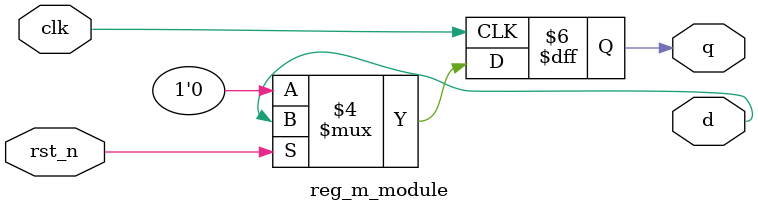
<source format=v>
module reg_m_module #
       ( parameter REG_WIDTH = 1 ,
         parameter REG_INITIAL = 'b0
       )
       (
         clk , rst_n , d , q 
       );
    
    input  clk , rst_n ;
    output d , q;
    
    wire clk , rst_n ;
    wire [ REG_WIDTH - 1 : 0 ] d ;
    reg  [ REG_WIDTH - 1 : 0 ] q ;
    
    always @( posedge clk )
    begin
        if (!rst_n)
          q <= REG_INITIAL ;
        else
          q <= d ;
    end
endmodule

</source>
